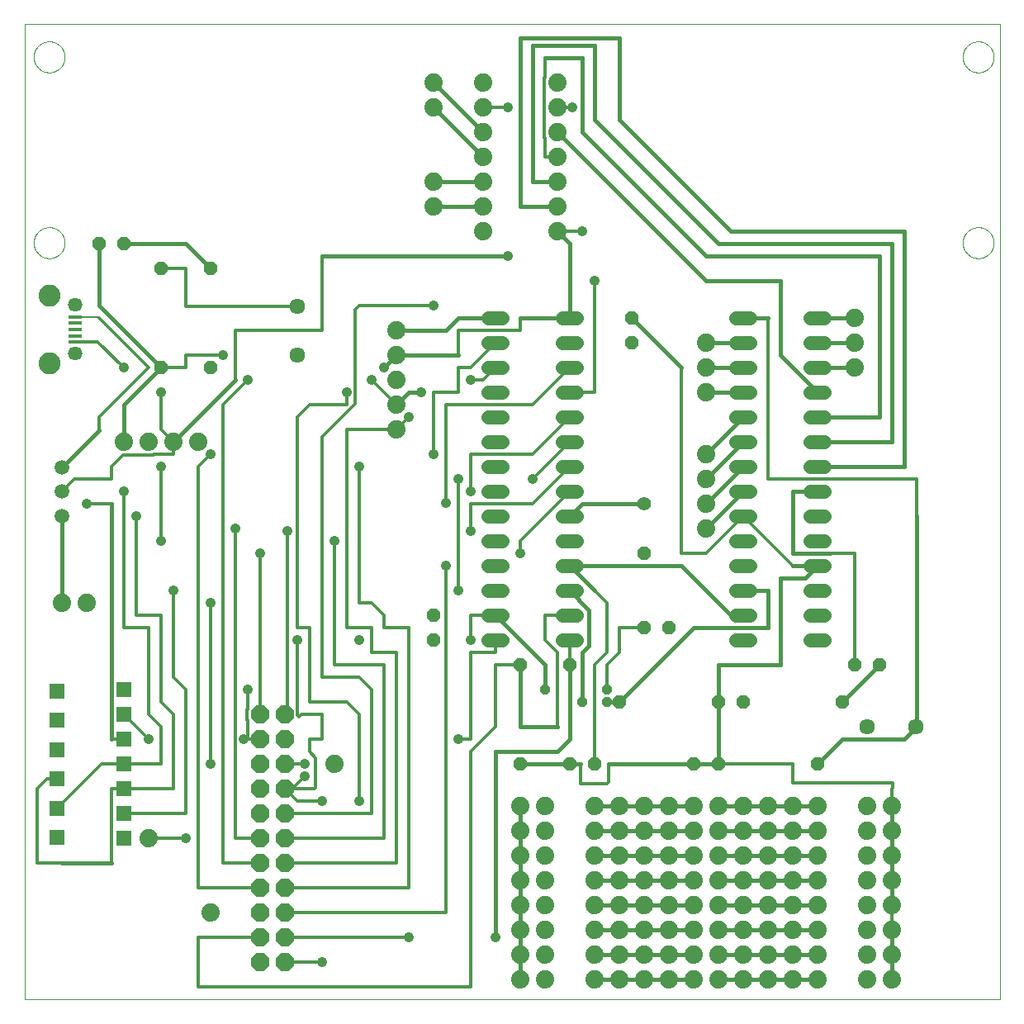
<source format=gtl>
G75*
%MOIN*%
%OFA0B0*%
%FSLAX25Y25*%
%IPPOS*%
%LPD*%
%AMOC8*
5,1,8,0,0,1.08239X$1,22.5*
%
%ADD10C,0.00000*%
%ADD11C,0.05600*%
%ADD12R,0.05315X0.01575*%
%ADD13C,0.05746*%
%ADD14C,0.08858*%
%ADD15C,0.07400*%
%ADD16C,0.05943*%
%ADD17OC8,0.05600*%
%ADD18C,0.06337*%
%ADD19C,0.05600*%
%ADD20R,0.06337X0.06337*%
%ADD21OC8,0.07400*%
%ADD22C,0.01200*%
%ADD23C,0.04165*%
%ADD24C,0.01600*%
%ADD25C,0.00800*%
%ADD26OC8,0.04165*%
D10*
X0106250Y0001800D02*
X0106250Y0395501D01*
X0499951Y0395501D01*
X0499951Y0001800D01*
X0106250Y0001800D01*
X0110000Y0307300D02*
X0110002Y0307458D01*
X0110008Y0307615D01*
X0110018Y0307773D01*
X0110032Y0307930D01*
X0110050Y0308086D01*
X0110071Y0308243D01*
X0110097Y0308398D01*
X0110127Y0308553D01*
X0110160Y0308707D01*
X0110198Y0308860D01*
X0110239Y0309013D01*
X0110284Y0309164D01*
X0110333Y0309314D01*
X0110386Y0309462D01*
X0110442Y0309610D01*
X0110503Y0309755D01*
X0110566Y0309900D01*
X0110634Y0310042D01*
X0110705Y0310183D01*
X0110779Y0310322D01*
X0110857Y0310459D01*
X0110939Y0310594D01*
X0111023Y0310727D01*
X0111112Y0310858D01*
X0111203Y0310986D01*
X0111298Y0311113D01*
X0111395Y0311236D01*
X0111496Y0311358D01*
X0111600Y0311476D01*
X0111707Y0311592D01*
X0111817Y0311705D01*
X0111929Y0311816D01*
X0112045Y0311923D01*
X0112163Y0312028D01*
X0112283Y0312130D01*
X0112406Y0312228D01*
X0112532Y0312324D01*
X0112660Y0312416D01*
X0112790Y0312505D01*
X0112922Y0312591D01*
X0113057Y0312673D01*
X0113194Y0312752D01*
X0113332Y0312827D01*
X0113472Y0312899D01*
X0113615Y0312967D01*
X0113758Y0313032D01*
X0113904Y0313093D01*
X0114051Y0313150D01*
X0114199Y0313204D01*
X0114349Y0313254D01*
X0114499Y0313300D01*
X0114651Y0313342D01*
X0114804Y0313381D01*
X0114958Y0313415D01*
X0115113Y0313446D01*
X0115268Y0313472D01*
X0115424Y0313495D01*
X0115581Y0313514D01*
X0115738Y0313529D01*
X0115895Y0313540D01*
X0116053Y0313547D01*
X0116211Y0313550D01*
X0116368Y0313549D01*
X0116526Y0313544D01*
X0116683Y0313535D01*
X0116841Y0313522D01*
X0116997Y0313505D01*
X0117154Y0313484D01*
X0117309Y0313460D01*
X0117464Y0313431D01*
X0117619Y0313398D01*
X0117772Y0313362D01*
X0117925Y0313321D01*
X0118076Y0313277D01*
X0118226Y0313229D01*
X0118375Y0313178D01*
X0118523Y0313122D01*
X0118669Y0313063D01*
X0118814Y0313000D01*
X0118957Y0312933D01*
X0119098Y0312863D01*
X0119237Y0312790D01*
X0119375Y0312713D01*
X0119511Y0312632D01*
X0119644Y0312548D01*
X0119775Y0312461D01*
X0119904Y0312370D01*
X0120031Y0312276D01*
X0120156Y0312179D01*
X0120277Y0312079D01*
X0120397Y0311976D01*
X0120513Y0311870D01*
X0120627Y0311761D01*
X0120739Y0311649D01*
X0120847Y0311535D01*
X0120952Y0311417D01*
X0121055Y0311297D01*
X0121154Y0311175D01*
X0121250Y0311050D01*
X0121343Y0310922D01*
X0121433Y0310793D01*
X0121519Y0310661D01*
X0121603Y0310527D01*
X0121682Y0310391D01*
X0121759Y0310253D01*
X0121831Y0310113D01*
X0121900Y0309971D01*
X0121966Y0309828D01*
X0122028Y0309683D01*
X0122086Y0309536D01*
X0122141Y0309388D01*
X0122192Y0309239D01*
X0122239Y0309088D01*
X0122282Y0308937D01*
X0122321Y0308784D01*
X0122357Y0308630D01*
X0122388Y0308476D01*
X0122416Y0308321D01*
X0122440Y0308165D01*
X0122460Y0308008D01*
X0122476Y0307851D01*
X0122488Y0307694D01*
X0122496Y0307537D01*
X0122500Y0307379D01*
X0122500Y0307221D01*
X0122496Y0307063D01*
X0122488Y0306906D01*
X0122476Y0306749D01*
X0122460Y0306592D01*
X0122440Y0306435D01*
X0122416Y0306279D01*
X0122388Y0306124D01*
X0122357Y0305970D01*
X0122321Y0305816D01*
X0122282Y0305663D01*
X0122239Y0305512D01*
X0122192Y0305361D01*
X0122141Y0305212D01*
X0122086Y0305064D01*
X0122028Y0304917D01*
X0121966Y0304772D01*
X0121900Y0304629D01*
X0121831Y0304487D01*
X0121759Y0304347D01*
X0121682Y0304209D01*
X0121603Y0304073D01*
X0121519Y0303939D01*
X0121433Y0303807D01*
X0121343Y0303678D01*
X0121250Y0303550D01*
X0121154Y0303425D01*
X0121055Y0303303D01*
X0120952Y0303183D01*
X0120847Y0303065D01*
X0120739Y0302951D01*
X0120627Y0302839D01*
X0120513Y0302730D01*
X0120397Y0302624D01*
X0120277Y0302521D01*
X0120156Y0302421D01*
X0120031Y0302324D01*
X0119904Y0302230D01*
X0119775Y0302139D01*
X0119644Y0302052D01*
X0119511Y0301968D01*
X0119375Y0301887D01*
X0119237Y0301810D01*
X0119098Y0301737D01*
X0118957Y0301667D01*
X0118814Y0301600D01*
X0118669Y0301537D01*
X0118523Y0301478D01*
X0118375Y0301422D01*
X0118226Y0301371D01*
X0118076Y0301323D01*
X0117925Y0301279D01*
X0117772Y0301238D01*
X0117619Y0301202D01*
X0117464Y0301169D01*
X0117309Y0301140D01*
X0117154Y0301116D01*
X0116997Y0301095D01*
X0116841Y0301078D01*
X0116683Y0301065D01*
X0116526Y0301056D01*
X0116368Y0301051D01*
X0116211Y0301050D01*
X0116053Y0301053D01*
X0115895Y0301060D01*
X0115738Y0301071D01*
X0115581Y0301086D01*
X0115424Y0301105D01*
X0115268Y0301128D01*
X0115113Y0301154D01*
X0114958Y0301185D01*
X0114804Y0301219D01*
X0114651Y0301258D01*
X0114499Y0301300D01*
X0114349Y0301346D01*
X0114199Y0301396D01*
X0114051Y0301450D01*
X0113904Y0301507D01*
X0113758Y0301568D01*
X0113615Y0301633D01*
X0113472Y0301701D01*
X0113332Y0301773D01*
X0113194Y0301848D01*
X0113057Y0301927D01*
X0112922Y0302009D01*
X0112790Y0302095D01*
X0112660Y0302184D01*
X0112532Y0302276D01*
X0112406Y0302372D01*
X0112283Y0302470D01*
X0112163Y0302572D01*
X0112045Y0302677D01*
X0111929Y0302784D01*
X0111817Y0302895D01*
X0111707Y0303008D01*
X0111600Y0303124D01*
X0111496Y0303242D01*
X0111395Y0303364D01*
X0111298Y0303487D01*
X0111203Y0303614D01*
X0111112Y0303742D01*
X0111023Y0303873D01*
X0110939Y0304006D01*
X0110857Y0304141D01*
X0110779Y0304278D01*
X0110705Y0304417D01*
X0110634Y0304558D01*
X0110566Y0304700D01*
X0110503Y0304845D01*
X0110442Y0304990D01*
X0110386Y0305138D01*
X0110333Y0305286D01*
X0110284Y0305436D01*
X0110239Y0305587D01*
X0110198Y0305740D01*
X0110160Y0305893D01*
X0110127Y0306047D01*
X0110097Y0306202D01*
X0110071Y0306357D01*
X0110050Y0306514D01*
X0110032Y0306670D01*
X0110018Y0306827D01*
X0110008Y0306985D01*
X0110002Y0307142D01*
X0110000Y0307300D01*
X0110000Y0382300D02*
X0110002Y0382458D01*
X0110008Y0382615D01*
X0110018Y0382773D01*
X0110032Y0382930D01*
X0110050Y0383086D01*
X0110071Y0383243D01*
X0110097Y0383398D01*
X0110127Y0383553D01*
X0110160Y0383707D01*
X0110198Y0383860D01*
X0110239Y0384013D01*
X0110284Y0384164D01*
X0110333Y0384314D01*
X0110386Y0384462D01*
X0110442Y0384610D01*
X0110503Y0384755D01*
X0110566Y0384900D01*
X0110634Y0385042D01*
X0110705Y0385183D01*
X0110779Y0385322D01*
X0110857Y0385459D01*
X0110939Y0385594D01*
X0111023Y0385727D01*
X0111112Y0385858D01*
X0111203Y0385986D01*
X0111298Y0386113D01*
X0111395Y0386236D01*
X0111496Y0386358D01*
X0111600Y0386476D01*
X0111707Y0386592D01*
X0111817Y0386705D01*
X0111929Y0386816D01*
X0112045Y0386923D01*
X0112163Y0387028D01*
X0112283Y0387130D01*
X0112406Y0387228D01*
X0112532Y0387324D01*
X0112660Y0387416D01*
X0112790Y0387505D01*
X0112922Y0387591D01*
X0113057Y0387673D01*
X0113194Y0387752D01*
X0113332Y0387827D01*
X0113472Y0387899D01*
X0113615Y0387967D01*
X0113758Y0388032D01*
X0113904Y0388093D01*
X0114051Y0388150D01*
X0114199Y0388204D01*
X0114349Y0388254D01*
X0114499Y0388300D01*
X0114651Y0388342D01*
X0114804Y0388381D01*
X0114958Y0388415D01*
X0115113Y0388446D01*
X0115268Y0388472D01*
X0115424Y0388495D01*
X0115581Y0388514D01*
X0115738Y0388529D01*
X0115895Y0388540D01*
X0116053Y0388547D01*
X0116211Y0388550D01*
X0116368Y0388549D01*
X0116526Y0388544D01*
X0116683Y0388535D01*
X0116841Y0388522D01*
X0116997Y0388505D01*
X0117154Y0388484D01*
X0117309Y0388460D01*
X0117464Y0388431D01*
X0117619Y0388398D01*
X0117772Y0388362D01*
X0117925Y0388321D01*
X0118076Y0388277D01*
X0118226Y0388229D01*
X0118375Y0388178D01*
X0118523Y0388122D01*
X0118669Y0388063D01*
X0118814Y0388000D01*
X0118957Y0387933D01*
X0119098Y0387863D01*
X0119237Y0387790D01*
X0119375Y0387713D01*
X0119511Y0387632D01*
X0119644Y0387548D01*
X0119775Y0387461D01*
X0119904Y0387370D01*
X0120031Y0387276D01*
X0120156Y0387179D01*
X0120277Y0387079D01*
X0120397Y0386976D01*
X0120513Y0386870D01*
X0120627Y0386761D01*
X0120739Y0386649D01*
X0120847Y0386535D01*
X0120952Y0386417D01*
X0121055Y0386297D01*
X0121154Y0386175D01*
X0121250Y0386050D01*
X0121343Y0385922D01*
X0121433Y0385793D01*
X0121519Y0385661D01*
X0121603Y0385527D01*
X0121682Y0385391D01*
X0121759Y0385253D01*
X0121831Y0385113D01*
X0121900Y0384971D01*
X0121966Y0384828D01*
X0122028Y0384683D01*
X0122086Y0384536D01*
X0122141Y0384388D01*
X0122192Y0384239D01*
X0122239Y0384088D01*
X0122282Y0383937D01*
X0122321Y0383784D01*
X0122357Y0383630D01*
X0122388Y0383476D01*
X0122416Y0383321D01*
X0122440Y0383165D01*
X0122460Y0383008D01*
X0122476Y0382851D01*
X0122488Y0382694D01*
X0122496Y0382537D01*
X0122500Y0382379D01*
X0122500Y0382221D01*
X0122496Y0382063D01*
X0122488Y0381906D01*
X0122476Y0381749D01*
X0122460Y0381592D01*
X0122440Y0381435D01*
X0122416Y0381279D01*
X0122388Y0381124D01*
X0122357Y0380970D01*
X0122321Y0380816D01*
X0122282Y0380663D01*
X0122239Y0380512D01*
X0122192Y0380361D01*
X0122141Y0380212D01*
X0122086Y0380064D01*
X0122028Y0379917D01*
X0121966Y0379772D01*
X0121900Y0379629D01*
X0121831Y0379487D01*
X0121759Y0379347D01*
X0121682Y0379209D01*
X0121603Y0379073D01*
X0121519Y0378939D01*
X0121433Y0378807D01*
X0121343Y0378678D01*
X0121250Y0378550D01*
X0121154Y0378425D01*
X0121055Y0378303D01*
X0120952Y0378183D01*
X0120847Y0378065D01*
X0120739Y0377951D01*
X0120627Y0377839D01*
X0120513Y0377730D01*
X0120397Y0377624D01*
X0120277Y0377521D01*
X0120156Y0377421D01*
X0120031Y0377324D01*
X0119904Y0377230D01*
X0119775Y0377139D01*
X0119644Y0377052D01*
X0119511Y0376968D01*
X0119375Y0376887D01*
X0119237Y0376810D01*
X0119098Y0376737D01*
X0118957Y0376667D01*
X0118814Y0376600D01*
X0118669Y0376537D01*
X0118523Y0376478D01*
X0118375Y0376422D01*
X0118226Y0376371D01*
X0118076Y0376323D01*
X0117925Y0376279D01*
X0117772Y0376238D01*
X0117619Y0376202D01*
X0117464Y0376169D01*
X0117309Y0376140D01*
X0117154Y0376116D01*
X0116997Y0376095D01*
X0116841Y0376078D01*
X0116683Y0376065D01*
X0116526Y0376056D01*
X0116368Y0376051D01*
X0116211Y0376050D01*
X0116053Y0376053D01*
X0115895Y0376060D01*
X0115738Y0376071D01*
X0115581Y0376086D01*
X0115424Y0376105D01*
X0115268Y0376128D01*
X0115113Y0376154D01*
X0114958Y0376185D01*
X0114804Y0376219D01*
X0114651Y0376258D01*
X0114499Y0376300D01*
X0114349Y0376346D01*
X0114199Y0376396D01*
X0114051Y0376450D01*
X0113904Y0376507D01*
X0113758Y0376568D01*
X0113615Y0376633D01*
X0113472Y0376701D01*
X0113332Y0376773D01*
X0113194Y0376848D01*
X0113057Y0376927D01*
X0112922Y0377009D01*
X0112790Y0377095D01*
X0112660Y0377184D01*
X0112532Y0377276D01*
X0112406Y0377372D01*
X0112283Y0377470D01*
X0112163Y0377572D01*
X0112045Y0377677D01*
X0111929Y0377784D01*
X0111817Y0377895D01*
X0111707Y0378008D01*
X0111600Y0378124D01*
X0111496Y0378242D01*
X0111395Y0378364D01*
X0111298Y0378487D01*
X0111203Y0378614D01*
X0111112Y0378742D01*
X0111023Y0378873D01*
X0110939Y0379006D01*
X0110857Y0379141D01*
X0110779Y0379278D01*
X0110705Y0379417D01*
X0110634Y0379558D01*
X0110566Y0379700D01*
X0110503Y0379845D01*
X0110442Y0379990D01*
X0110386Y0380138D01*
X0110333Y0380286D01*
X0110284Y0380436D01*
X0110239Y0380587D01*
X0110198Y0380740D01*
X0110160Y0380893D01*
X0110127Y0381047D01*
X0110097Y0381202D01*
X0110071Y0381357D01*
X0110050Y0381514D01*
X0110032Y0381670D01*
X0110018Y0381827D01*
X0110008Y0381985D01*
X0110002Y0382142D01*
X0110000Y0382300D01*
X0485000Y0382300D02*
X0485002Y0382458D01*
X0485008Y0382615D01*
X0485018Y0382773D01*
X0485032Y0382930D01*
X0485050Y0383086D01*
X0485071Y0383243D01*
X0485097Y0383398D01*
X0485127Y0383553D01*
X0485160Y0383707D01*
X0485198Y0383860D01*
X0485239Y0384013D01*
X0485284Y0384164D01*
X0485333Y0384314D01*
X0485386Y0384462D01*
X0485442Y0384610D01*
X0485503Y0384755D01*
X0485566Y0384900D01*
X0485634Y0385042D01*
X0485705Y0385183D01*
X0485779Y0385322D01*
X0485857Y0385459D01*
X0485939Y0385594D01*
X0486023Y0385727D01*
X0486112Y0385858D01*
X0486203Y0385986D01*
X0486298Y0386113D01*
X0486395Y0386236D01*
X0486496Y0386358D01*
X0486600Y0386476D01*
X0486707Y0386592D01*
X0486817Y0386705D01*
X0486929Y0386816D01*
X0487045Y0386923D01*
X0487163Y0387028D01*
X0487283Y0387130D01*
X0487406Y0387228D01*
X0487532Y0387324D01*
X0487660Y0387416D01*
X0487790Y0387505D01*
X0487922Y0387591D01*
X0488057Y0387673D01*
X0488194Y0387752D01*
X0488332Y0387827D01*
X0488472Y0387899D01*
X0488615Y0387967D01*
X0488758Y0388032D01*
X0488904Y0388093D01*
X0489051Y0388150D01*
X0489199Y0388204D01*
X0489349Y0388254D01*
X0489499Y0388300D01*
X0489651Y0388342D01*
X0489804Y0388381D01*
X0489958Y0388415D01*
X0490113Y0388446D01*
X0490268Y0388472D01*
X0490424Y0388495D01*
X0490581Y0388514D01*
X0490738Y0388529D01*
X0490895Y0388540D01*
X0491053Y0388547D01*
X0491211Y0388550D01*
X0491368Y0388549D01*
X0491526Y0388544D01*
X0491683Y0388535D01*
X0491841Y0388522D01*
X0491997Y0388505D01*
X0492154Y0388484D01*
X0492309Y0388460D01*
X0492464Y0388431D01*
X0492619Y0388398D01*
X0492772Y0388362D01*
X0492925Y0388321D01*
X0493076Y0388277D01*
X0493226Y0388229D01*
X0493375Y0388178D01*
X0493523Y0388122D01*
X0493669Y0388063D01*
X0493814Y0388000D01*
X0493957Y0387933D01*
X0494098Y0387863D01*
X0494237Y0387790D01*
X0494375Y0387713D01*
X0494511Y0387632D01*
X0494644Y0387548D01*
X0494775Y0387461D01*
X0494904Y0387370D01*
X0495031Y0387276D01*
X0495156Y0387179D01*
X0495277Y0387079D01*
X0495397Y0386976D01*
X0495513Y0386870D01*
X0495627Y0386761D01*
X0495739Y0386649D01*
X0495847Y0386535D01*
X0495952Y0386417D01*
X0496055Y0386297D01*
X0496154Y0386175D01*
X0496250Y0386050D01*
X0496343Y0385922D01*
X0496433Y0385793D01*
X0496519Y0385661D01*
X0496603Y0385527D01*
X0496682Y0385391D01*
X0496759Y0385253D01*
X0496831Y0385113D01*
X0496900Y0384971D01*
X0496966Y0384828D01*
X0497028Y0384683D01*
X0497086Y0384536D01*
X0497141Y0384388D01*
X0497192Y0384239D01*
X0497239Y0384088D01*
X0497282Y0383937D01*
X0497321Y0383784D01*
X0497357Y0383630D01*
X0497388Y0383476D01*
X0497416Y0383321D01*
X0497440Y0383165D01*
X0497460Y0383008D01*
X0497476Y0382851D01*
X0497488Y0382694D01*
X0497496Y0382537D01*
X0497500Y0382379D01*
X0497500Y0382221D01*
X0497496Y0382063D01*
X0497488Y0381906D01*
X0497476Y0381749D01*
X0497460Y0381592D01*
X0497440Y0381435D01*
X0497416Y0381279D01*
X0497388Y0381124D01*
X0497357Y0380970D01*
X0497321Y0380816D01*
X0497282Y0380663D01*
X0497239Y0380512D01*
X0497192Y0380361D01*
X0497141Y0380212D01*
X0497086Y0380064D01*
X0497028Y0379917D01*
X0496966Y0379772D01*
X0496900Y0379629D01*
X0496831Y0379487D01*
X0496759Y0379347D01*
X0496682Y0379209D01*
X0496603Y0379073D01*
X0496519Y0378939D01*
X0496433Y0378807D01*
X0496343Y0378678D01*
X0496250Y0378550D01*
X0496154Y0378425D01*
X0496055Y0378303D01*
X0495952Y0378183D01*
X0495847Y0378065D01*
X0495739Y0377951D01*
X0495627Y0377839D01*
X0495513Y0377730D01*
X0495397Y0377624D01*
X0495277Y0377521D01*
X0495156Y0377421D01*
X0495031Y0377324D01*
X0494904Y0377230D01*
X0494775Y0377139D01*
X0494644Y0377052D01*
X0494511Y0376968D01*
X0494375Y0376887D01*
X0494237Y0376810D01*
X0494098Y0376737D01*
X0493957Y0376667D01*
X0493814Y0376600D01*
X0493669Y0376537D01*
X0493523Y0376478D01*
X0493375Y0376422D01*
X0493226Y0376371D01*
X0493076Y0376323D01*
X0492925Y0376279D01*
X0492772Y0376238D01*
X0492619Y0376202D01*
X0492464Y0376169D01*
X0492309Y0376140D01*
X0492154Y0376116D01*
X0491997Y0376095D01*
X0491841Y0376078D01*
X0491683Y0376065D01*
X0491526Y0376056D01*
X0491368Y0376051D01*
X0491211Y0376050D01*
X0491053Y0376053D01*
X0490895Y0376060D01*
X0490738Y0376071D01*
X0490581Y0376086D01*
X0490424Y0376105D01*
X0490268Y0376128D01*
X0490113Y0376154D01*
X0489958Y0376185D01*
X0489804Y0376219D01*
X0489651Y0376258D01*
X0489499Y0376300D01*
X0489349Y0376346D01*
X0489199Y0376396D01*
X0489051Y0376450D01*
X0488904Y0376507D01*
X0488758Y0376568D01*
X0488615Y0376633D01*
X0488472Y0376701D01*
X0488332Y0376773D01*
X0488194Y0376848D01*
X0488057Y0376927D01*
X0487922Y0377009D01*
X0487790Y0377095D01*
X0487660Y0377184D01*
X0487532Y0377276D01*
X0487406Y0377372D01*
X0487283Y0377470D01*
X0487163Y0377572D01*
X0487045Y0377677D01*
X0486929Y0377784D01*
X0486817Y0377895D01*
X0486707Y0378008D01*
X0486600Y0378124D01*
X0486496Y0378242D01*
X0486395Y0378364D01*
X0486298Y0378487D01*
X0486203Y0378614D01*
X0486112Y0378742D01*
X0486023Y0378873D01*
X0485939Y0379006D01*
X0485857Y0379141D01*
X0485779Y0379278D01*
X0485705Y0379417D01*
X0485634Y0379558D01*
X0485566Y0379700D01*
X0485503Y0379845D01*
X0485442Y0379990D01*
X0485386Y0380138D01*
X0485333Y0380286D01*
X0485284Y0380436D01*
X0485239Y0380587D01*
X0485198Y0380740D01*
X0485160Y0380893D01*
X0485127Y0381047D01*
X0485097Y0381202D01*
X0485071Y0381357D01*
X0485050Y0381514D01*
X0485032Y0381670D01*
X0485018Y0381827D01*
X0485008Y0381985D01*
X0485002Y0382142D01*
X0485000Y0382300D01*
X0485000Y0307300D02*
X0485002Y0307458D01*
X0485008Y0307615D01*
X0485018Y0307773D01*
X0485032Y0307930D01*
X0485050Y0308086D01*
X0485071Y0308243D01*
X0485097Y0308398D01*
X0485127Y0308553D01*
X0485160Y0308707D01*
X0485198Y0308860D01*
X0485239Y0309013D01*
X0485284Y0309164D01*
X0485333Y0309314D01*
X0485386Y0309462D01*
X0485442Y0309610D01*
X0485503Y0309755D01*
X0485566Y0309900D01*
X0485634Y0310042D01*
X0485705Y0310183D01*
X0485779Y0310322D01*
X0485857Y0310459D01*
X0485939Y0310594D01*
X0486023Y0310727D01*
X0486112Y0310858D01*
X0486203Y0310986D01*
X0486298Y0311113D01*
X0486395Y0311236D01*
X0486496Y0311358D01*
X0486600Y0311476D01*
X0486707Y0311592D01*
X0486817Y0311705D01*
X0486929Y0311816D01*
X0487045Y0311923D01*
X0487163Y0312028D01*
X0487283Y0312130D01*
X0487406Y0312228D01*
X0487532Y0312324D01*
X0487660Y0312416D01*
X0487790Y0312505D01*
X0487922Y0312591D01*
X0488057Y0312673D01*
X0488194Y0312752D01*
X0488332Y0312827D01*
X0488472Y0312899D01*
X0488615Y0312967D01*
X0488758Y0313032D01*
X0488904Y0313093D01*
X0489051Y0313150D01*
X0489199Y0313204D01*
X0489349Y0313254D01*
X0489499Y0313300D01*
X0489651Y0313342D01*
X0489804Y0313381D01*
X0489958Y0313415D01*
X0490113Y0313446D01*
X0490268Y0313472D01*
X0490424Y0313495D01*
X0490581Y0313514D01*
X0490738Y0313529D01*
X0490895Y0313540D01*
X0491053Y0313547D01*
X0491211Y0313550D01*
X0491368Y0313549D01*
X0491526Y0313544D01*
X0491683Y0313535D01*
X0491841Y0313522D01*
X0491997Y0313505D01*
X0492154Y0313484D01*
X0492309Y0313460D01*
X0492464Y0313431D01*
X0492619Y0313398D01*
X0492772Y0313362D01*
X0492925Y0313321D01*
X0493076Y0313277D01*
X0493226Y0313229D01*
X0493375Y0313178D01*
X0493523Y0313122D01*
X0493669Y0313063D01*
X0493814Y0313000D01*
X0493957Y0312933D01*
X0494098Y0312863D01*
X0494237Y0312790D01*
X0494375Y0312713D01*
X0494511Y0312632D01*
X0494644Y0312548D01*
X0494775Y0312461D01*
X0494904Y0312370D01*
X0495031Y0312276D01*
X0495156Y0312179D01*
X0495277Y0312079D01*
X0495397Y0311976D01*
X0495513Y0311870D01*
X0495627Y0311761D01*
X0495739Y0311649D01*
X0495847Y0311535D01*
X0495952Y0311417D01*
X0496055Y0311297D01*
X0496154Y0311175D01*
X0496250Y0311050D01*
X0496343Y0310922D01*
X0496433Y0310793D01*
X0496519Y0310661D01*
X0496603Y0310527D01*
X0496682Y0310391D01*
X0496759Y0310253D01*
X0496831Y0310113D01*
X0496900Y0309971D01*
X0496966Y0309828D01*
X0497028Y0309683D01*
X0497086Y0309536D01*
X0497141Y0309388D01*
X0497192Y0309239D01*
X0497239Y0309088D01*
X0497282Y0308937D01*
X0497321Y0308784D01*
X0497357Y0308630D01*
X0497388Y0308476D01*
X0497416Y0308321D01*
X0497440Y0308165D01*
X0497460Y0308008D01*
X0497476Y0307851D01*
X0497488Y0307694D01*
X0497496Y0307537D01*
X0497500Y0307379D01*
X0497500Y0307221D01*
X0497496Y0307063D01*
X0497488Y0306906D01*
X0497476Y0306749D01*
X0497460Y0306592D01*
X0497440Y0306435D01*
X0497416Y0306279D01*
X0497388Y0306124D01*
X0497357Y0305970D01*
X0497321Y0305816D01*
X0497282Y0305663D01*
X0497239Y0305512D01*
X0497192Y0305361D01*
X0497141Y0305212D01*
X0497086Y0305064D01*
X0497028Y0304917D01*
X0496966Y0304772D01*
X0496900Y0304629D01*
X0496831Y0304487D01*
X0496759Y0304347D01*
X0496682Y0304209D01*
X0496603Y0304073D01*
X0496519Y0303939D01*
X0496433Y0303807D01*
X0496343Y0303678D01*
X0496250Y0303550D01*
X0496154Y0303425D01*
X0496055Y0303303D01*
X0495952Y0303183D01*
X0495847Y0303065D01*
X0495739Y0302951D01*
X0495627Y0302839D01*
X0495513Y0302730D01*
X0495397Y0302624D01*
X0495277Y0302521D01*
X0495156Y0302421D01*
X0495031Y0302324D01*
X0494904Y0302230D01*
X0494775Y0302139D01*
X0494644Y0302052D01*
X0494511Y0301968D01*
X0494375Y0301887D01*
X0494237Y0301810D01*
X0494098Y0301737D01*
X0493957Y0301667D01*
X0493814Y0301600D01*
X0493669Y0301537D01*
X0493523Y0301478D01*
X0493375Y0301422D01*
X0493226Y0301371D01*
X0493076Y0301323D01*
X0492925Y0301279D01*
X0492772Y0301238D01*
X0492619Y0301202D01*
X0492464Y0301169D01*
X0492309Y0301140D01*
X0492154Y0301116D01*
X0491997Y0301095D01*
X0491841Y0301078D01*
X0491683Y0301065D01*
X0491526Y0301056D01*
X0491368Y0301051D01*
X0491211Y0301050D01*
X0491053Y0301053D01*
X0490895Y0301060D01*
X0490738Y0301071D01*
X0490581Y0301086D01*
X0490424Y0301105D01*
X0490268Y0301128D01*
X0490113Y0301154D01*
X0489958Y0301185D01*
X0489804Y0301219D01*
X0489651Y0301258D01*
X0489499Y0301300D01*
X0489349Y0301346D01*
X0489199Y0301396D01*
X0489051Y0301450D01*
X0488904Y0301507D01*
X0488758Y0301568D01*
X0488615Y0301633D01*
X0488472Y0301701D01*
X0488332Y0301773D01*
X0488194Y0301848D01*
X0488057Y0301927D01*
X0487922Y0302009D01*
X0487790Y0302095D01*
X0487660Y0302184D01*
X0487532Y0302276D01*
X0487406Y0302372D01*
X0487283Y0302470D01*
X0487163Y0302572D01*
X0487045Y0302677D01*
X0486929Y0302784D01*
X0486817Y0302895D01*
X0486707Y0303008D01*
X0486600Y0303124D01*
X0486496Y0303242D01*
X0486395Y0303364D01*
X0486298Y0303487D01*
X0486203Y0303614D01*
X0486112Y0303742D01*
X0486023Y0303873D01*
X0485939Y0304006D01*
X0485857Y0304141D01*
X0485779Y0304278D01*
X0485705Y0304417D01*
X0485634Y0304558D01*
X0485566Y0304700D01*
X0485503Y0304845D01*
X0485442Y0304990D01*
X0485386Y0305138D01*
X0485333Y0305286D01*
X0485284Y0305436D01*
X0485239Y0305587D01*
X0485198Y0305740D01*
X0485160Y0305893D01*
X0485127Y0306047D01*
X0485097Y0306202D01*
X0485071Y0306357D01*
X0485050Y0306514D01*
X0485032Y0306670D01*
X0485018Y0306827D01*
X0485008Y0306985D01*
X0485002Y0307142D01*
X0485000Y0307300D01*
D11*
X0429050Y0276800D02*
X0423450Y0276800D01*
X0423450Y0266800D02*
X0429050Y0266800D01*
X0429050Y0256800D02*
X0423450Y0256800D01*
X0423450Y0246800D02*
X0429050Y0246800D01*
X0429050Y0236800D02*
X0423450Y0236800D01*
X0423450Y0226800D02*
X0429050Y0226800D01*
X0429050Y0216800D02*
X0423450Y0216800D01*
X0423450Y0206800D02*
X0429050Y0206800D01*
X0429050Y0196800D02*
X0423450Y0196800D01*
X0423450Y0186800D02*
X0429050Y0186800D01*
X0429050Y0176800D02*
X0423450Y0176800D01*
X0423450Y0166800D02*
X0429050Y0166800D01*
X0429050Y0156800D02*
X0423450Y0156800D01*
X0423450Y0146800D02*
X0429050Y0146800D01*
X0399050Y0146800D02*
X0393450Y0146800D01*
X0393450Y0156800D02*
X0399050Y0156800D01*
X0399050Y0166800D02*
X0393450Y0166800D01*
X0393450Y0176800D02*
X0399050Y0176800D01*
X0399050Y0186800D02*
X0393450Y0186800D01*
X0393450Y0196800D02*
X0399050Y0196800D01*
X0399050Y0206800D02*
X0393450Y0206800D01*
X0393450Y0216800D02*
X0399050Y0216800D01*
X0399050Y0226800D02*
X0393450Y0226800D01*
X0393450Y0236800D02*
X0399050Y0236800D01*
X0399050Y0246800D02*
X0393450Y0246800D01*
X0393450Y0256800D02*
X0399050Y0256800D01*
X0399050Y0266800D02*
X0393450Y0266800D01*
X0393450Y0276800D02*
X0399050Y0276800D01*
X0329050Y0276800D02*
X0323450Y0276800D01*
X0323450Y0266800D02*
X0329050Y0266800D01*
X0329050Y0256800D02*
X0323450Y0256800D01*
X0323450Y0246800D02*
X0329050Y0246800D01*
X0329050Y0236800D02*
X0323450Y0236800D01*
X0323450Y0226800D02*
X0329050Y0226800D01*
X0329050Y0216800D02*
X0323450Y0216800D01*
X0323450Y0206800D02*
X0329050Y0206800D01*
X0329050Y0196800D02*
X0323450Y0196800D01*
X0323450Y0186800D02*
X0329050Y0186800D01*
X0329050Y0176800D02*
X0323450Y0176800D01*
X0323450Y0166800D02*
X0329050Y0166800D01*
X0329050Y0156800D02*
X0323450Y0156800D01*
X0323450Y0146800D02*
X0329050Y0146800D01*
X0299050Y0146800D02*
X0293450Y0146800D01*
X0293450Y0156800D02*
X0299050Y0156800D01*
X0299050Y0166800D02*
X0293450Y0166800D01*
X0293450Y0176800D02*
X0299050Y0176800D01*
X0299050Y0186800D02*
X0293450Y0186800D01*
X0293450Y0196800D02*
X0299050Y0196800D01*
X0299050Y0206800D02*
X0293450Y0206800D01*
X0293450Y0216800D02*
X0299050Y0216800D01*
X0299050Y0226800D02*
X0293450Y0226800D01*
X0293450Y0236800D02*
X0299050Y0236800D01*
X0299050Y0246800D02*
X0293450Y0246800D01*
X0293450Y0256800D02*
X0299050Y0256800D01*
X0299050Y0266800D02*
X0293450Y0266800D01*
X0293450Y0276800D02*
X0299050Y0276800D01*
D12*
X0126880Y0277418D03*
X0126880Y0274859D03*
X0126880Y0272300D03*
X0126880Y0269741D03*
X0126880Y0267182D03*
D13*
X0126880Y0262457D03*
X0126880Y0282143D03*
D14*
X0116250Y0286080D03*
X0116250Y0258520D03*
D15*
X0146250Y0226800D03*
X0156250Y0226800D03*
X0166250Y0226800D03*
X0176250Y0226800D03*
X0256250Y0231800D03*
X0256250Y0241800D03*
X0256250Y0251800D03*
X0256250Y0261800D03*
X0256250Y0271800D03*
X0291250Y0311800D03*
X0291250Y0321800D03*
X0291250Y0331800D03*
X0291250Y0341800D03*
X0291250Y0351800D03*
X0291250Y0361800D03*
X0291250Y0371800D03*
X0271250Y0371800D03*
X0271250Y0361800D03*
X0271250Y0331800D03*
X0271250Y0321800D03*
X0321250Y0321800D03*
X0321250Y0311800D03*
X0321250Y0331800D03*
X0321250Y0341800D03*
X0321250Y0351800D03*
X0321250Y0361800D03*
X0321250Y0371800D03*
X0441250Y0276800D03*
X0441250Y0266800D03*
X0441250Y0256800D03*
X0381250Y0256800D03*
X0381250Y0266800D03*
X0381250Y0246800D03*
X0381250Y0221800D03*
X0381250Y0211800D03*
X0381250Y0201800D03*
X0381250Y0191800D03*
X0376250Y0079800D03*
X0366250Y0079800D03*
X0356250Y0079800D03*
X0346250Y0079800D03*
X0336250Y0079800D03*
X0336250Y0069800D03*
X0336250Y0059800D03*
X0346250Y0059800D03*
X0346250Y0069800D03*
X0356250Y0069800D03*
X0356250Y0059800D03*
X0366250Y0059800D03*
X0366250Y0069800D03*
X0376250Y0069800D03*
X0376250Y0059800D03*
X0386250Y0059800D03*
X0386250Y0069800D03*
X0396250Y0069800D03*
X0396250Y0059800D03*
X0406250Y0059800D03*
X0406250Y0069800D03*
X0416250Y0069800D03*
X0416250Y0059800D03*
X0426250Y0059800D03*
X0426250Y0069800D03*
X0426250Y0079800D03*
X0416250Y0079800D03*
X0406250Y0079800D03*
X0396250Y0079800D03*
X0386250Y0079800D03*
X0386250Y0049800D03*
X0376250Y0049800D03*
X0366250Y0049800D03*
X0356250Y0049800D03*
X0346250Y0049800D03*
X0336250Y0049800D03*
X0336250Y0039800D03*
X0336250Y0029800D03*
X0346250Y0029800D03*
X0346250Y0039800D03*
X0356250Y0039800D03*
X0356250Y0029800D03*
X0366250Y0029800D03*
X0366250Y0039800D03*
X0376250Y0039800D03*
X0376250Y0029800D03*
X0386250Y0029800D03*
X0386250Y0039800D03*
X0396250Y0039800D03*
X0396250Y0029800D03*
X0406250Y0029800D03*
X0406250Y0039800D03*
X0416250Y0039800D03*
X0416250Y0029800D03*
X0426250Y0029800D03*
X0426250Y0039800D03*
X0426250Y0049800D03*
X0416250Y0049800D03*
X0406250Y0049800D03*
X0396250Y0049800D03*
X0396250Y0019800D03*
X0396250Y0009800D03*
X0386250Y0009800D03*
X0386250Y0019800D03*
X0376250Y0019800D03*
X0376250Y0009800D03*
X0366250Y0009800D03*
X0366250Y0019800D03*
X0356250Y0019800D03*
X0356250Y0009800D03*
X0346250Y0009800D03*
X0346250Y0019800D03*
X0336250Y0019800D03*
X0336250Y0009800D03*
X0316250Y0009800D03*
X0316250Y0019800D03*
X0306250Y0019800D03*
X0306250Y0009800D03*
X0306250Y0029800D03*
X0306250Y0039800D03*
X0316250Y0039800D03*
X0316250Y0029800D03*
X0316250Y0049800D03*
X0306250Y0049800D03*
X0306250Y0059800D03*
X0306250Y0069800D03*
X0316250Y0069800D03*
X0316250Y0059800D03*
X0316250Y0079800D03*
X0306250Y0079800D03*
X0231250Y0096800D03*
X0156250Y0066800D03*
X0181250Y0036800D03*
X0131250Y0161800D03*
X0121250Y0161800D03*
X0406250Y0019800D03*
X0406250Y0009800D03*
X0416250Y0009800D03*
X0416250Y0019800D03*
X0426250Y0019800D03*
X0426250Y0009800D03*
X0446250Y0009800D03*
X0446250Y0019800D03*
X0456250Y0019800D03*
X0456250Y0009800D03*
X0456250Y0029800D03*
X0456250Y0039800D03*
X0446250Y0039800D03*
X0446250Y0029800D03*
X0446250Y0049800D03*
X0456250Y0049800D03*
X0456250Y0059800D03*
X0456250Y0069800D03*
X0446250Y0069800D03*
X0446250Y0059800D03*
X0446250Y0079800D03*
X0456250Y0079800D03*
D16*
X0121250Y0196957D03*
X0121250Y0206800D03*
X0121250Y0216643D03*
D17*
X0161250Y0256800D03*
X0181250Y0256800D03*
X0181250Y0296800D03*
X0161250Y0296800D03*
X0146250Y0306800D03*
X0136250Y0306800D03*
X0271250Y0156800D03*
X0271250Y0146800D03*
X0306250Y0136800D03*
X0326250Y0136800D03*
X0346250Y0121800D03*
X0336250Y0096800D03*
X0326250Y0096800D03*
X0306250Y0096800D03*
X0376250Y0096800D03*
X0386250Y0096800D03*
X0386250Y0121800D03*
X0396250Y0121800D03*
X0426250Y0096800D03*
X0436250Y0121800D03*
X0441250Y0136800D03*
X0451250Y0136800D03*
X0366250Y0151800D03*
X0356250Y0151800D03*
X0356250Y0181800D03*
X0351250Y0266800D03*
X0351250Y0276800D03*
D18*
X0216250Y0281643D03*
X0216250Y0261957D03*
X0446407Y0111800D03*
X0466093Y0111800D03*
D19*
X0356250Y0201800D03*
D20*
X0146250Y0126800D03*
X0146250Y0116800D03*
X0146250Y0106800D03*
X0146250Y0096800D03*
X0146250Y0086800D03*
X0146250Y0076800D03*
X0146250Y0066800D03*
X0119557Y0067272D03*
X0119557Y0079083D03*
X0119557Y0090894D03*
X0119557Y0102706D03*
X0119557Y0114517D03*
X0119557Y0126328D03*
D21*
X0201250Y0116800D03*
X0211250Y0116800D03*
X0211250Y0106800D03*
X0211250Y0096800D03*
X0201250Y0096800D03*
X0201250Y0106800D03*
X0201250Y0086800D03*
X0201250Y0076800D03*
X0211250Y0076800D03*
X0211250Y0086800D03*
X0211250Y0066800D03*
X0211250Y0056800D03*
X0201250Y0056800D03*
X0201250Y0066800D03*
X0201250Y0046800D03*
X0201250Y0036800D03*
X0211250Y0036800D03*
X0211250Y0046800D03*
X0211250Y0026800D03*
X0211250Y0016800D03*
X0201250Y0016800D03*
X0201250Y0026800D03*
D22*
X0176250Y0026800D01*
X0176250Y0006800D01*
X0286250Y0006800D01*
X0286250Y0101800D01*
X0296250Y0111800D01*
X0296250Y0136800D01*
X0306250Y0136800D01*
X0296250Y0141800D02*
X0296250Y0146800D01*
X0296250Y0141800D02*
X0286250Y0141800D01*
X0286250Y0106800D01*
X0281250Y0106800D01*
X0246250Y0126800D02*
X0246250Y0076800D01*
X0211250Y0076800D01*
X0216250Y0081800D02*
X0211250Y0086800D01*
X0214250Y0086800D01*
X0219250Y0091800D01*
X0219250Y0096800D02*
X0211250Y0096800D01*
X0221250Y0101800D02*
X0221250Y0106800D01*
X0226250Y0106800D01*
X0226250Y0116800D01*
X0218180Y0116800D01*
X0217215Y0115835D01*
X0216350Y0116700D01*
X0216350Y0118912D01*
X0216250Y0119012D01*
X0216250Y0146800D01*
X0216250Y0151800D02*
X0221250Y0151800D01*
X0221250Y0121800D01*
X0236250Y0121800D01*
X0241250Y0116800D01*
X0241250Y0081800D01*
X0226250Y0081800D02*
X0216250Y0081800D01*
X0211250Y0086800D02*
X0223250Y0086800D01*
X0223750Y0087300D01*
X0223750Y0099300D01*
X0221250Y0101800D01*
X0201250Y0106800D02*
X0196250Y0106800D01*
X0194733Y0106800D01*
X0196250Y0106800D02*
X0196250Y0114587D01*
X0196150Y0114687D01*
X0196150Y0118912D01*
X0196250Y0119012D01*
X0196250Y0126800D01*
X0201250Y0116800D02*
X0201250Y0181800D01*
X0212250Y0190800D02*
X0212250Y0117800D01*
X0211250Y0116800D01*
X0226250Y0131800D02*
X0226250Y0228972D01*
X0239733Y0242454D01*
X0239733Y0280283D01*
X0241250Y0281800D01*
X0271250Y0281800D01*
X0281250Y0271800D02*
X0306250Y0271800D01*
X0306250Y0276800D01*
X0296250Y0266800D02*
X0286250Y0256800D01*
X0281250Y0256800D01*
X0281250Y0246800D01*
X0271250Y0246800D01*
X0271250Y0221800D01*
X0281250Y0211800D02*
X0281250Y0166800D01*
X0286250Y0156800D02*
X0296250Y0156800D01*
X0286250Y0156800D02*
X0286250Y0146800D01*
X0261250Y0151800D02*
X0251250Y0151800D01*
X0251250Y0156800D01*
X0246250Y0161800D01*
X0241250Y0161800D01*
X0241250Y0216800D01*
X0236250Y0231800D02*
X0256250Y0231800D01*
X0261250Y0236800D01*
X0256250Y0241800D02*
X0246250Y0251800D01*
X0236250Y0246800D02*
X0236250Y0241800D01*
X0221250Y0241800D01*
X0216250Y0236800D01*
X0216250Y0151800D01*
X0236250Y0151800D02*
X0236250Y0231800D01*
X0196250Y0251800D02*
X0186250Y0241800D01*
X0186250Y0206800D01*
X0186250Y0201800D01*
X0186250Y0056800D01*
X0201250Y0056800D01*
X0201250Y0066800D02*
X0191250Y0066800D01*
X0191250Y0191800D01*
X0176250Y0216800D02*
X0181250Y0221800D01*
X0176250Y0216800D02*
X0176250Y0046800D01*
X0201250Y0046800D01*
X0211250Y0046800D02*
X0261250Y0046800D01*
X0261250Y0151800D01*
X0256250Y0141800D02*
X0246250Y0141800D01*
X0246250Y0151800D01*
X0236250Y0151800D01*
X0231250Y0136800D02*
X0231250Y0186800D01*
X0276250Y0176800D02*
X0276250Y0036800D01*
X0211250Y0036800D01*
X0211250Y0026800D02*
X0261250Y0026800D01*
X0226250Y0016800D02*
X0211250Y0016800D01*
X0211250Y0056800D02*
X0256250Y0056800D01*
X0256250Y0141800D01*
X0251250Y0136800D02*
X0231250Y0136800D01*
X0226250Y0131800D02*
X0241250Y0131800D01*
X0246250Y0126800D01*
X0251250Y0136800D02*
X0251250Y0066800D01*
X0211250Y0066800D01*
X0171250Y0066800D02*
X0156250Y0066800D01*
X0146250Y0076800D02*
X0171250Y0076800D01*
X0171250Y0126800D01*
X0166250Y0131800D01*
X0166250Y0166800D01*
X0161250Y0156800D02*
X0151250Y0156800D01*
X0151250Y0196800D01*
X0146250Y0206800D02*
X0146250Y0151800D01*
X0156250Y0151800D01*
X0156250Y0116800D01*
X0161250Y0111800D01*
X0161250Y0096800D01*
X0146250Y0096800D01*
X0137274Y0096800D01*
X0136762Y0096288D01*
X0135937Y0095463D01*
X0119557Y0079083D01*
X0111250Y0086800D02*
X0111250Y0056800D01*
X0121250Y0056800D01*
X0141250Y0056800D02*
X0141250Y0086800D01*
X0146250Y0086800D01*
X0166250Y0086800D01*
X0166250Y0116800D01*
X0161250Y0121800D01*
X0161250Y0156800D01*
X0181250Y0161800D02*
X0181250Y0096800D01*
X0156250Y0106800D02*
X0146250Y0116800D01*
X0146250Y0106800D02*
X0141250Y0106800D01*
X0119557Y0090894D02*
X0115344Y0090894D01*
X0111250Y0086800D01*
X0161250Y0186800D02*
X0161250Y0216800D01*
X0158363Y0221700D02*
X0146150Y0221700D01*
X0141250Y0216800D01*
X0141250Y0211800D01*
X0126250Y0211800D01*
X0121250Y0206800D01*
X0131250Y0201800D02*
X0141250Y0201800D01*
X0158363Y0221700D02*
X0158463Y0221800D01*
X0166250Y0221800D01*
X0166250Y0226800D01*
X0161250Y0231800D01*
X0161250Y0246800D01*
X0161250Y0256800D02*
X0171250Y0256800D01*
X0171250Y0261800D01*
X0186250Y0261800D01*
X0191250Y0251800D02*
X0191250Y0271800D01*
X0226250Y0271800D01*
X0226250Y0301800D01*
X0216250Y0281643D02*
X0171407Y0281643D01*
X0171250Y0281800D01*
X0171250Y0296800D01*
X0161250Y0296800D01*
X0136250Y0276800D02*
X0156250Y0256800D01*
X0136250Y0236800D01*
X0136250Y0231643D01*
X0146250Y0256800D02*
X0135868Y0267182D01*
X0126880Y0267182D01*
X0276250Y0241800D02*
X0276250Y0202178D01*
X0286250Y0201800D02*
X0311250Y0201800D01*
X0326250Y0216800D01*
X0326250Y0226800D02*
X0311250Y0211800D01*
X0311250Y0221800D02*
X0286250Y0221800D01*
X0286250Y0206800D01*
X0286250Y0201800D02*
X0286250Y0190800D01*
X0306250Y0186800D02*
X0306250Y0181800D01*
X0306250Y0186800D02*
X0326250Y0206800D01*
X0311250Y0221800D02*
X0326250Y0236800D01*
X0326250Y0246800D02*
X0336250Y0246800D01*
X0336250Y0291800D01*
X0331250Y0311800D02*
X0321250Y0311800D01*
X0321250Y0341800D02*
X0316250Y0341800D01*
X0316250Y0349587D01*
X0316150Y0349687D01*
X0316150Y0373912D01*
X0316250Y0374012D01*
X0316250Y0381800D01*
X0321250Y0361800D02*
X0327567Y0361800D01*
X0301250Y0361800D02*
X0291250Y0361800D01*
X0281250Y0271800D02*
X0281250Y0261800D01*
X0286250Y0251800D02*
X0291250Y0251800D01*
X0296250Y0256800D01*
X0311250Y0241800D02*
X0276250Y0241800D01*
X0311250Y0241800D02*
X0326250Y0256800D01*
X0371250Y0256800D02*
X0371250Y0181800D01*
X0381250Y0181800D01*
X0396250Y0196800D01*
X0416250Y0176800D01*
X0431250Y0181800D02*
X0441250Y0181800D01*
X0441250Y0136800D01*
X0416250Y0096800D02*
X0416250Y0089300D01*
X0456750Y0089300D01*
X0456750Y0087300D01*
X0456250Y0086800D01*
X0456250Y0079800D01*
X0416250Y0096800D02*
X0386250Y0096800D01*
X0341907Y0096800D02*
X0341907Y0089457D01*
X0341250Y0088800D01*
X0330750Y0088800D01*
X0330750Y0096643D01*
X0330593Y0096800D01*
X0336250Y0096800D02*
X0336250Y0136800D01*
X0341250Y0141800D01*
X0341250Y0161800D01*
X0336250Y0166800D01*
X0326250Y0156800D02*
X0316250Y0156800D01*
X0316250Y0146800D01*
X0321250Y0141800D01*
X0321250Y0111800D01*
X0341250Y0126800D02*
X0341250Y0136800D01*
X0346250Y0141800D01*
X0346250Y0151800D01*
X0356250Y0151800D01*
X0326250Y0146800D02*
X0326250Y0136800D01*
X0406250Y0211800D02*
X0406250Y0276800D01*
X0406250Y0211800D02*
X0466250Y0211800D01*
X0466250Y0196800D01*
X0456250Y0039800D02*
X0456250Y0029800D01*
D23*
X0296250Y0026800D03*
X0261250Y0026800D03*
X0226250Y0016800D03*
X0171250Y0066800D03*
X0181250Y0096800D03*
X0194733Y0106800D03*
X0196250Y0126800D03*
X0216250Y0146800D03*
X0241250Y0146800D03*
X0281250Y0166800D03*
X0276250Y0176800D03*
X0286250Y0190800D03*
X0276250Y0202178D03*
X0286250Y0206800D03*
X0281250Y0211800D03*
X0271250Y0221800D03*
X0261250Y0236800D03*
X0266250Y0246800D03*
X0251250Y0256800D03*
X0246250Y0251800D03*
X0236250Y0246800D03*
X0241250Y0216800D03*
X0212250Y0190800D03*
X0201250Y0181800D03*
X0191250Y0191800D03*
X0161250Y0186800D03*
X0151250Y0196800D03*
X0146250Y0206800D03*
X0131250Y0201800D03*
X0161250Y0216800D03*
X0181250Y0221800D03*
X0161250Y0246800D03*
X0146250Y0256800D03*
X0186250Y0261800D03*
X0196250Y0251800D03*
X0271250Y0281800D03*
X0301250Y0301800D03*
X0331250Y0311800D03*
X0336250Y0291800D03*
X0286250Y0251800D03*
X0311250Y0211800D03*
X0306250Y0181800D03*
X0286250Y0146800D03*
X0281250Y0106800D03*
X0241250Y0081800D03*
X0226250Y0081800D03*
X0219250Y0091800D03*
X0219250Y0096800D03*
X0156250Y0106800D03*
X0181250Y0161800D03*
X0166250Y0166800D03*
X0231250Y0186800D03*
X0301250Y0361800D03*
X0327567Y0361800D03*
D24*
X0336250Y0356800D02*
X0386250Y0306800D01*
X0456250Y0306800D01*
X0456250Y0226800D01*
X0426250Y0226800D01*
X0426250Y0216800D02*
X0461250Y0216800D01*
X0461250Y0311800D01*
X0391250Y0311800D01*
X0346250Y0356800D01*
X0346250Y0389800D01*
X0306250Y0389800D01*
X0306250Y0321800D01*
X0321250Y0321800D01*
X0321250Y0311800D02*
X0326250Y0306800D01*
X0326250Y0276800D01*
X0306250Y0276800D01*
X0296250Y0276800D02*
X0281250Y0276800D01*
X0276250Y0271800D01*
X0256250Y0271800D01*
X0256250Y0261800D02*
X0281250Y0261800D01*
X0266250Y0246800D02*
X0261250Y0246800D01*
X0256250Y0241800D01*
X0251250Y0256800D02*
X0256250Y0261800D01*
X0226250Y0301800D02*
X0301250Y0301800D01*
X0291250Y0321800D02*
X0271250Y0321800D01*
X0271250Y0331800D02*
X0291250Y0331800D01*
X0291250Y0341800D02*
X0271250Y0361800D01*
X0271250Y0371800D02*
X0291250Y0351800D01*
X0311250Y0331800D02*
X0311250Y0386800D01*
X0336250Y0386800D01*
X0336250Y0356800D01*
X0331250Y0351800D02*
X0381250Y0301800D01*
X0451250Y0301800D01*
X0451250Y0236800D01*
X0426250Y0236800D01*
X0426250Y0246800D02*
X0411250Y0261800D01*
X0411250Y0291800D01*
X0381250Y0291800D01*
X0321250Y0351800D01*
X0331250Y0351800D02*
X0331250Y0381800D01*
X0316250Y0381800D01*
X0321250Y0331800D02*
X0311250Y0331800D01*
X0351250Y0276800D02*
X0371250Y0256800D01*
X0381250Y0256800D02*
X0396250Y0256800D01*
X0396250Y0266800D02*
X0381250Y0266800D01*
X0396250Y0276800D02*
X0406250Y0276800D01*
X0426250Y0276800D02*
X0441250Y0276800D01*
X0441250Y0266800D02*
X0426250Y0266800D01*
X0426250Y0256800D02*
X0441250Y0256800D01*
X0396250Y0246800D02*
X0381250Y0246800D01*
X0396250Y0236800D02*
X0381250Y0221800D01*
X0381250Y0211800D02*
X0396250Y0226800D01*
X0396250Y0216800D02*
X0381250Y0201800D01*
X0381250Y0191800D02*
X0396250Y0206800D01*
X0416250Y0206800D02*
X0426250Y0206800D01*
X0416250Y0206800D02*
X0416250Y0181800D01*
X0431250Y0181800D01*
X0426250Y0176800D02*
X0421250Y0171800D01*
X0411250Y0171800D01*
X0411250Y0136800D01*
X0386250Y0136800D01*
X0386250Y0121800D01*
X0386250Y0096800D01*
X0376250Y0096800D01*
X0341907Y0096800D01*
X0330593Y0096800D02*
X0326250Y0096800D01*
X0306250Y0096800D01*
X0296250Y0101800D02*
X0296250Y0026800D01*
X0306250Y0029800D02*
X0306250Y0019800D01*
X0306250Y0009800D01*
X0306250Y0029800D02*
X0306250Y0039800D01*
X0306250Y0049800D01*
X0306250Y0059800D01*
X0306250Y0069800D01*
X0306250Y0079800D01*
X0296250Y0101800D02*
X0321250Y0101800D01*
X0326250Y0106800D01*
X0326250Y0136800D01*
X0331250Y0141800D02*
X0334050Y0144600D01*
X0334050Y0159000D01*
X0326250Y0166800D01*
X0326250Y0176800D02*
X0336250Y0166800D01*
X0326250Y0176800D02*
X0371250Y0176800D01*
X0391250Y0156800D01*
X0396250Y0156800D01*
X0396250Y0166800D02*
X0406250Y0166800D01*
X0406250Y0151800D01*
X0376250Y0151800D01*
X0346250Y0121800D01*
X0341250Y0121800D01*
X0331250Y0121800D02*
X0331250Y0141800D01*
X0316250Y0136800D02*
X0316250Y0126800D01*
X0316250Y0136800D02*
X0296250Y0156800D01*
X0306250Y0136800D02*
X0306250Y0111800D01*
X0321250Y0111800D01*
X0336250Y0079800D02*
X0346250Y0079800D01*
X0356250Y0079800D01*
X0366250Y0079800D01*
X0376250Y0079800D01*
X0386250Y0079800D02*
X0396250Y0079800D01*
X0406250Y0079800D01*
X0416250Y0079800D01*
X0426250Y0079800D01*
X0426250Y0069800D02*
X0416250Y0069800D01*
X0406250Y0069800D01*
X0396250Y0069800D01*
X0386250Y0069800D01*
X0386250Y0059800D02*
X0396250Y0059800D01*
X0406250Y0059800D01*
X0416250Y0059800D01*
X0426250Y0059800D01*
X0426250Y0049800D02*
X0416250Y0049800D01*
X0406250Y0049800D01*
X0396250Y0049800D01*
X0386250Y0049800D01*
X0376250Y0049800D02*
X0366250Y0049800D01*
X0356250Y0049800D01*
X0346250Y0049800D01*
X0336250Y0049800D01*
X0336250Y0039800D02*
X0346250Y0039800D01*
X0356250Y0039800D01*
X0366250Y0039800D01*
X0376250Y0039800D01*
X0376250Y0029800D02*
X0366250Y0029800D01*
X0356250Y0029800D01*
X0346250Y0029800D01*
X0336250Y0029800D01*
X0336250Y0019800D02*
X0346250Y0019800D01*
X0356250Y0019800D01*
X0366250Y0019800D01*
X0376250Y0019800D01*
X0376250Y0009800D02*
X0366250Y0009800D01*
X0356250Y0009800D01*
X0346250Y0009800D01*
X0336250Y0009800D01*
X0386250Y0009800D02*
X0396250Y0009800D01*
X0406250Y0009800D01*
X0416250Y0009800D01*
X0426250Y0009800D01*
X0426250Y0019800D02*
X0416250Y0019800D01*
X0406250Y0019800D01*
X0396250Y0019800D01*
X0386250Y0019800D01*
X0386250Y0029800D02*
X0396250Y0029800D01*
X0406250Y0029800D01*
X0416250Y0029800D01*
X0426250Y0029800D01*
X0426250Y0039800D02*
X0416250Y0039800D01*
X0406250Y0039800D01*
X0396250Y0039800D01*
X0386250Y0039800D01*
X0376250Y0059800D02*
X0366250Y0059800D01*
X0356250Y0059800D01*
X0346250Y0059800D01*
X0336250Y0059800D01*
X0336250Y0069800D02*
X0346250Y0069800D01*
X0356250Y0069800D01*
X0366250Y0069800D01*
X0376250Y0069800D01*
X0426250Y0096800D02*
X0436250Y0106800D01*
X0461250Y0106800D01*
X0466093Y0111643D01*
X0466093Y0111800D01*
X0466250Y0111957D01*
X0466250Y0196800D01*
X0426250Y0176800D02*
X0416250Y0176800D01*
X0451250Y0136800D02*
X0436250Y0121800D01*
X0456250Y0079800D02*
X0456250Y0069800D01*
X0456250Y0059800D01*
X0456250Y0049800D01*
X0456250Y0039800D01*
X0456250Y0029800D02*
X0456250Y0019800D01*
X0456250Y0009800D01*
X0326250Y0196800D02*
X0331250Y0201800D01*
X0356250Y0201800D01*
X0191250Y0251800D02*
X0166250Y0226800D01*
X0146250Y0226800D02*
X0146250Y0241800D01*
X0161250Y0256800D01*
X0136250Y0281800D01*
X0136250Y0306800D01*
X0146250Y0306800D02*
X0171250Y0306800D01*
X0181250Y0296800D01*
X0136250Y0231643D02*
X0121250Y0216643D01*
X0141250Y0201800D02*
X0141250Y0106800D01*
X0141250Y0056800D02*
X0121250Y0056800D01*
X0121250Y0161800D02*
X0121250Y0196957D01*
D25*
X0126880Y0277418D02*
X0135632Y0277418D01*
X0136250Y0276800D01*
D26*
X0316250Y0126800D03*
X0331250Y0121800D03*
X0341250Y0121800D03*
X0341250Y0126800D03*
M02*

</source>
